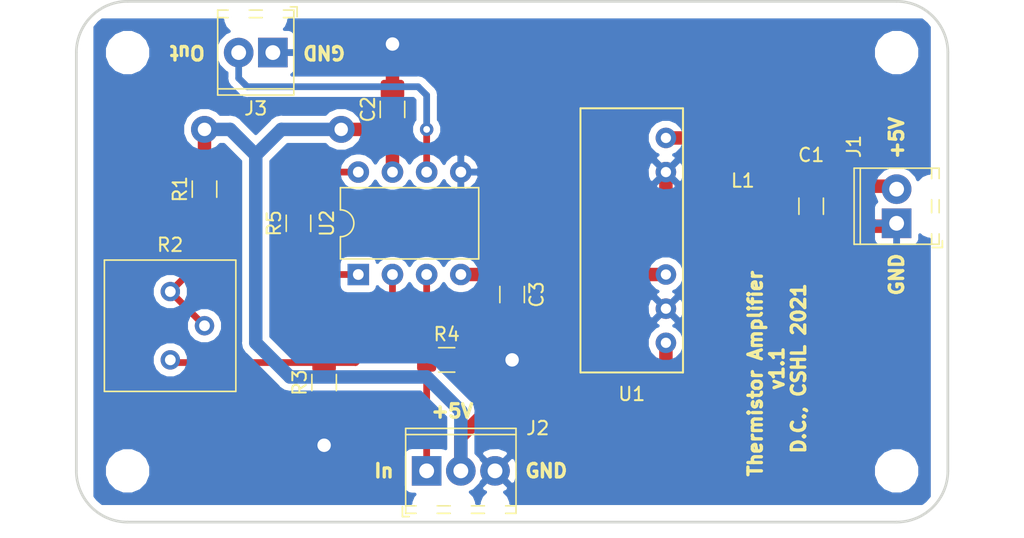
<source format=kicad_pcb>
(kicad_pcb (version 20171130) (host pcbnew "(5.0.2)-1")

  (general
    (thickness 1.6)
    (drawings 16)
    (tracks 63)
    (zones 0)
    (modules 18)
    (nets 12)
  )

  (page A4)
  (layers
    (0 F.Cu signal)
    (31 B.Cu signal)
    (32 B.Adhes user)
    (33 F.Adhes user)
    (34 B.Paste user)
    (35 F.Paste user)
    (36 B.SilkS user)
    (37 F.SilkS user)
    (38 B.Mask user)
    (39 F.Mask user)
    (40 Dwgs.User user)
    (41 Cmts.User user)
    (42 Eco1.User user)
    (43 Eco2.User user)
    (44 Edge.Cuts user)
    (45 Margin user)
    (46 B.CrtYd user)
    (47 F.CrtYd user)
    (48 B.Fab user)
    (49 F.Fab user)
  )

  (setup
    (last_trace_width 0.25)
    (user_trace_width 0.5)
    (user_trace_width 1)
    (trace_clearance 0.2)
    (zone_clearance 0.508)
    (zone_45_only no)
    (trace_min 0.2)
    (segment_width 0.2)
    (edge_width 0.2)
    (via_size 0.8)
    (via_drill 0.4)
    (via_min_size 0.4)
    (via_min_drill 0.3)
    (user_via 1 0.5)
    (user_via 2 1)
    (uvia_size 0.3)
    (uvia_drill 0.1)
    (uvias_allowed no)
    (uvia_min_size 0.2)
    (uvia_min_drill 0.1)
    (pcb_text_width 0.3)
    (pcb_text_size 1.5 1.5)
    (mod_edge_width 0.15)
    (mod_text_size 1 1)
    (mod_text_width 0.15)
    (pad_size 1.524 1.524)
    (pad_drill 0.762)
    (pad_to_mask_clearance 0.051)
    (solder_mask_min_width 0.25)
    (aux_axis_origin 0 0)
    (visible_elements 7FFFFFFF)
    (pcbplotparams
      (layerselection 0x010fc_ffffffff)
      (usegerberextensions false)
      (usegerberattributes false)
      (usegerberadvancedattributes false)
      (creategerberjobfile false)
      (excludeedgelayer true)
      (linewidth 0.100000)
      (plotframeref false)
      (viasonmask false)
      (mode 1)
      (useauxorigin false)
      (hpglpennumber 1)
      (hpglpenspeed 20)
      (hpglpendiameter 15.000000)
      (psnegative false)
      (psa4output false)
      (plotreference true)
      (plotvalue true)
      (plotinvisibletext false)
      (padsonsilk false)
      (subtractmaskfromsilk false)
      (outputformat 1)
      (mirror false)
      (drillshape 0)
      (scaleselection 1)
      (outputdirectory "gerber/"))
  )

  (net 0 "")
  (net 1 Earth)
  (net 2 "Net-(C1-Pad2)")
  (net 3 +5V)
  (net 4 -5V)
  (net 5 "Net-(J2-Pad1)")
  (net 6 "Net-(R1-Pad1)")
  (net 7 "Net-(R2-Pad1)")
  (net 8 "Net-(R5-Pad1)")
  (net 9 "Net-(R5-Pad2)")
  (net 10 "Net-(L1-Pad1)")
  (net 11 "Net-(J3-Pad2)")

  (net_class Default "This is the default net class."
    (clearance 0.2)
    (trace_width 0.25)
    (via_dia 0.8)
    (via_drill 0.4)
    (uvia_dia 0.3)
    (uvia_drill 0.1)
    (add_net +5V)
    (add_net -5V)
    (add_net Earth)
    (add_net "Net-(C1-Pad2)")
    (add_net "Net-(J2-Pad1)")
    (add_net "Net-(J3-Pad2)")
    (add_net "Net-(L1-Pad1)")
    (add_net "Net-(R1-Pad1)")
    (add_net "Net-(R2-Pad1)")
    (add_net "Net-(R5-Pad1)")
    (add_net "Net-(R5-Pad2)")
  )

  (module thermistor_amp:RecomInductor (layer F.Cu) (tedit 6128D9B9) (tstamp 61407784)
    (at 140.335 71.12)
    (path /61269C4C)
    (fp_text reference L1 (at 0 3.175) (layer F.SilkS)
      (effects (font (size 1 1) (thickness 0.15)))
    )
    (fp_text value 12uH (at 0 -4) (layer F.Fab)
      (effects (font (size 1 1) (thickness 0.15)))
    )
    (pad 2 smd rect (at 1.35 0) (size 2 3.5) (layers F.Cu F.Paste F.Mask)
      (net 2 "Net-(C1-Pad2)"))
    (pad 1 smd rect (at -1.35 0) (size 2 3.5) (layers F.Cu F.Paste F.Mask)
      (net 10 "Net-(L1-Pad1)"))
  )

  (module Capacitor_SMD:C_1206_3216Metric_Pad1.42x1.75mm_HandSolder (layer F.Cu) (tedit 5B301BBE) (tstamp 614076E3)
    (at 145.415 76.2 90)
    (descr "Capacitor SMD 1206 (3216 Metric), square (rectangular) end terminal, IPC_7351 nominal with elongated pad for handsoldering. (Body size source: http://www.tortai-tech.com/upload/download/2011102023233369053.pdf), generated with kicad-footprint-generator")
    (tags "capacitor handsolder")
    (path /612692D3)
    (attr smd)
    (fp_text reference C1 (at 3.81 0 180) (layer F.SilkS)
      (effects (font (size 1 1) (thickness 0.15)))
    )
    (fp_text value 10uF (at 0 1.82 90) (layer F.Fab)
      (effects (font (size 1 1) (thickness 0.15)))
    )
    (fp_line (start -1.6 0.8) (end -1.6 -0.8) (layer F.Fab) (width 0.1))
    (fp_line (start -1.6 -0.8) (end 1.6 -0.8) (layer F.Fab) (width 0.1))
    (fp_line (start 1.6 -0.8) (end 1.6 0.8) (layer F.Fab) (width 0.1))
    (fp_line (start 1.6 0.8) (end -1.6 0.8) (layer F.Fab) (width 0.1))
    (fp_line (start -0.602064 -0.91) (end 0.602064 -0.91) (layer F.SilkS) (width 0.12))
    (fp_line (start -0.602064 0.91) (end 0.602064 0.91) (layer F.SilkS) (width 0.12))
    (fp_line (start -2.45 1.12) (end -2.45 -1.12) (layer F.CrtYd) (width 0.05))
    (fp_line (start -2.45 -1.12) (end 2.45 -1.12) (layer F.CrtYd) (width 0.05))
    (fp_line (start 2.45 -1.12) (end 2.45 1.12) (layer F.CrtYd) (width 0.05))
    (fp_line (start 2.45 1.12) (end -2.45 1.12) (layer F.CrtYd) (width 0.05))
    (fp_text user %R (at 0 0 90) (layer F.Fab)
      (effects (font (size 0.8 0.8) (thickness 0.12)))
    )
    (pad 1 smd roundrect (at -1.4875 0 90) (size 1.425 1.75) (layers F.Cu F.Paste F.Mask) (roundrect_rratio 0.175439)
      (net 1 Earth))
    (pad 2 smd roundrect (at 1.4875 0 90) (size 1.425 1.75) (layers F.Cu F.Paste F.Mask) (roundrect_rratio 0.175439)
      (net 2 "Net-(C1-Pad2)"))
    (model ${KISYS3DMOD}/Capacitor_SMD.3dshapes/C_1206_3216Metric.wrl
      (at (xyz 0 0 0))
      (scale (xyz 1 1 1))
      (rotate (xyz 0 0 0))
    )
  )

  (module Capacitor_SMD:C_1206_3216Metric_Pad1.42x1.75mm_HandSolder (layer F.Cu) (tedit 6127E0A5) (tstamp 614076F4)
    (at 114.3 68.9975 90)
    (descr "Capacitor SMD 1206 (3216 Metric), square (rectangular) end terminal, IPC_7351 nominal with elongated pad for handsoldering. (Body size source: http://www.tortai-tech.com/upload/download/2011102023233369053.pdf), generated with kicad-footprint-generator")
    (tags "capacitor handsolder")
    (path /61005843)
    (attr smd)
    (fp_text reference C2 (at 0 -1.82 90) (layer F.SilkS)
      (effects (font (size 1 1) (thickness 0.15)))
    )
    (fp_text value 0.1uF (at 0 1.82 90) (layer F.Fab)
      (effects (font (size 1 1) (thickness 0.15)))
    )
    (fp_line (start -1.6 0.8) (end -1.6 -0.8) (layer F.Fab) (width 0.1))
    (fp_line (start -1.6 -0.8) (end 1.6 -0.8) (layer F.Fab) (width 0.1))
    (fp_line (start 1.6 -0.8) (end 1.6 0.8) (layer F.Fab) (width 0.1))
    (fp_line (start 1.6 0.8) (end -1.6 0.8) (layer F.Fab) (width 0.1))
    (fp_line (start -0.602064 -0.91) (end 0.602064 -0.91) (layer F.SilkS) (width 0.12))
    (fp_line (start -0.602064 0.91) (end 0.602064 0.91) (layer F.SilkS) (width 0.12))
    (fp_line (start -2.45 1.12) (end -2.45 -1.12) (layer F.CrtYd) (width 0.05))
    (fp_line (start -2.45 -1.12) (end 2.45 -1.12) (layer F.CrtYd) (width 0.05))
    (fp_line (start 2.45 -1.12) (end 2.45 1.12) (layer F.CrtYd) (width 0.05))
    (fp_line (start 2.45 1.12) (end -2.45 1.12) (layer F.CrtYd) (width 0.05))
    (fp_text user %R (at 0 0 90) (layer F.Fab)
      (effects (font (size 0.8 0.8) (thickness 0.12)))
    )
    (pad 1 smd roundrect (at -1.4875 0 90) (size 1.425 1.75) (layers F.Cu F.Paste F.Mask) (roundrect_rratio 0.175439)
      (net 3 +5V))
    (pad 2 smd roundrect (at 1.4875 0 90) (size 1.425 1.75) (layers F.Cu F.Paste F.Mask) (roundrect_rratio 0.175439)
      (net 1 Earth))
    (model ${KISYS3DMOD}/Capacitor_SMD.3dshapes/C_1206_3216Metric.wrl
      (at (xyz 0 0 0))
      (scale (xyz 1 1 1))
      (rotate (xyz 0 0 0))
    )
  )

  (module Capacitor_SMD:C_1206_3216Metric_Pad1.42x1.75mm_HandSolder (layer F.Cu) (tedit 5B301BBE) (tstamp 61407705)
    (at 123.19 82.7675 270)
    (descr "Capacitor SMD 1206 (3216 Metric), square (rectangular) end terminal, IPC_7351 nominal with elongated pad for handsoldering. (Body size source: http://www.tortai-tech.com/upload/download/2011102023233369053.pdf), generated with kicad-footprint-generator")
    (tags "capacitor handsolder")
    (path /61005AE2)
    (attr smd)
    (fp_text reference C3 (at 0 -1.82 270) (layer F.SilkS)
      (effects (font (size 1 1) (thickness 0.15)))
    )
    (fp_text value 0.1uF (at 0 1.82 270) (layer F.Fab)
      (effects (font (size 1 1) (thickness 0.15)))
    )
    (fp_text user %R (at 0 0 270) (layer F.Fab)
      (effects (font (size 0.8 0.8) (thickness 0.12)))
    )
    (fp_line (start 2.45 1.12) (end -2.45 1.12) (layer F.CrtYd) (width 0.05))
    (fp_line (start 2.45 -1.12) (end 2.45 1.12) (layer F.CrtYd) (width 0.05))
    (fp_line (start -2.45 -1.12) (end 2.45 -1.12) (layer F.CrtYd) (width 0.05))
    (fp_line (start -2.45 1.12) (end -2.45 -1.12) (layer F.CrtYd) (width 0.05))
    (fp_line (start -0.602064 0.91) (end 0.602064 0.91) (layer F.SilkS) (width 0.12))
    (fp_line (start -0.602064 -0.91) (end 0.602064 -0.91) (layer F.SilkS) (width 0.12))
    (fp_line (start 1.6 0.8) (end -1.6 0.8) (layer F.Fab) (width 0.1))
    (fp_line (start 1.6 -0.8) (end 1.6 0.8) (layer F.Fab) (width 0.1))
    (fp_line (start -1.6 -0.8) (end 1.6 -0.8) (layer F.Fab) (width 0.1))
    (fp_line (start -1.6 0.8) (end -1.6 -0.8) (layer F.Fab) (width 0.1))
    (pad 2 smd roundrect (at 1.4875 0 270) (size 1.425 1.75) (layers F.Cu F.Paste F.Mask) (roundrect_rratio 0.175439)
      (net 1 Earth))
    (pad 1 smd roundrect (at -1.4875 0 270) (size 1.425 1.75) (layers F.Cu F.Paste F.Mask) (roundrect_rratio 0.175439)
      (net 4 -5V))
    (model ${KISYS3DMOD}/Capacitor_SMD.3dshapes/C_1206_3216Metric.wrl
      (at (xyz 0 0 0))
      (scale (xyz 1 1 1))
      (rotate (xyz 0 0 0))
    )
  )

  (module TerminalBlock_Phoenix:TerminalBlock_Phoenix_MPT-0,5-2-2.54_1x02_P2.54mm_Horizontal (layer F.Cu) (tedit 5B294F98) (tstamp 6140772B)
    (at 151.765 77.47 90)
    (descr "Terminal Block Phoenix MPT-0,5-2-2.54, 2 pins, pitch 2.54mm, size 5.54x6.2mm^2, drill diamater 1.1mm, pad diameter 2.2mm, see http://www.mouser.com/ds/2/324/ItemDetail_1725656-920552.pdf, script-generated using https://github.com/pointhi/kicad-footprint-generator/scripts/TerminalBlock_Phoenix")
    (tags "THT Terminal Block Phoenix MPT-0,5-2-2.54 pitch 2.54mm size 5.54x6.2mm^2 drill 1.1mm pad 2.2mm")
    (path /61268DB0)
    (fp_text reference J1 (at 5.715 -3.175 270) (layer F.SilkS)
      (effects (font (size 1 1) (thickness 0.15)))
    )
    (fp_text value Screw_Terminal_01x02 (at 1.27 4.16 90) (layer F.Fab)
      (effects (font (size 1 1) (thickness 0.15)))
    )
    (fp_text user %R (at 1.27 2 90) (layer F.Fab)
      (effects (font (size 1 1) (thickness 0.15)))
    )
    (fp_line (start 4.54 -3.6) (end -2 -3.6) (layer F.CrtYd) (width 0.05))
    (fp_line (start 4.54 3.6) (end 4.54 -3.6) (layer F.CrtYd) (width 0.05))
    (fp_line (start -2 3.6) (end 4.54 3.6) (layer F.CrtYd) (width 0.05))
    (fp_line (start -2 -3.6) (end -2 3.6) (layer F.CrtYd) (width 0.05))
    (fp_line (start -1.8 3.4) (end -1.3 3.4) (layer F.SilkS) (width 0.12))
    (fp_line (start -1.8 2.66) (end -1.8 3.4) (layer F.SilkS) (width 0.12))
    (fp_line (start 3.241 -0.835) (end 1.706 0.7) (layer F.Fab) (width 0.1))
    (fp_line (start 3.375 -0.7) (end 1.84 0.835) (layer F.Fab) (width 0.1))
    (fp_line (start 0.701 -0.835) (end -0.835 0.7) (layer F.Fab) (width 0.1))
    (fp_line (start 0.835 -0.7) (end -0.701 0.835) (layer F.Fab) (width 0.1))
    (fp_line (start 4.1 -3.16) (end 4.1 3.16) (layer F.SilkS) (width 0.12))
    (fp_line (start -1.56 -3.16) (end -1.56 3.16) (layer F.SilkS) (width 0.12))
    (fp_line (start 3.33 3.16) (end 4.1 3.16) (layer F.SilkS) (width 0.12))
    (fp_line (start 0.79 3.16) (end 1.75 3.16) (layer F.SilkS) (width 0.12))
    (fp_line (start -1.56 3.16) (end -0.79 3.16) (layer F.SilkS) (width 0.12))
    (fp_line (start -1.56 -3.16) (end 4.1 -3.16) (layer F.SilkS) (width 0.12))
    (fp_line (start -1.56 -2.7) (end 4.1 -2.7) (layer F.SilkS) (width 0.12))
    (fp_line (start -1.5 -2.7) (end 4.04 -2.7) (layer F.Fab) (width 0.1))
    (fp_line (start 3.33 2.6) (end 4.1 2.6) (layer F.SilkS) (width 0.12))
    (fp_line (start 0.79 2.6) (end 1.75 2.6) (layer F.SilkS) (width 0.12))
    (fp_line (start -1.56 2.6) (end -0.79 2.6) (layer F.SilkS) (width 0.12))
    (fp_line (start -1.5 2.6) (end 4.04 2.6) (layer F.Fab) (width 0.1))
    (fp_line (start -1.5 2.6) (end -1.5 -3.1) (layer F.Fab) (width 0.1))
    (fp_line (start -1 3.1) (end -1.5 2.6) (layer F.Fab) (width 0.1))
    (fp_line (start 4.04 3.1) (end -1 3.1) (layer F.Fab) (width 0.1))
    (fp_line (start 4.04 -3.1) (end 4.04 3.1) (layer F.Fab) (width 0.1))
    (fp_line (start -1.5 -3.1) (end 4.04 -3.1) (layer F.Fab) (width 0.1))
    (fp_circle (center 2.54 0) (end 3.64 0) (layer F.Fab) (width 0.1))
    (fp_circle (center 0 0) (end 1.1 0) (layer F.Fab) (width 0.1))
    (pad "" np_thru_hole circle (at 2.54 2.54 90) (size 1.1 1.1) (drill 1.1) (layers *.Cu *.Mask))
    (pad 2 thru_hole circle (at 2.54 0 90) (size 2.2 2.2) (drill 1.1) (layers *.Cu *.Mask)
      (net 2 "Net-(C1-Pad2)"))
    (pad "" np_thru_hole circle (at 0 2.54 90) (size 1.1 1.1) (drill 1.1) (layers *.Cu *.Mask))
    (pad 1 thru_hole rect (at 0 0 90) (size 2.2 2.2) (drill 1.1) (layers *.Cu *.Mask)
      (net 1 Earth))
    (model ${KISYS3DMOD}/TerminalBlock_Phoenix.3dshapes/TerminalBlock_Phoenix_MPT-0,5-2-2.54_1x02_P2.54mm_Horizontal.wrl
      (at (xyz 0 0 0))
      (scale (xyz 1 1 1))
      (rotate (xyz 0 0 0))
    )
  )

  (module TerminalBlock_Phoenix:TerminalBlock_Phoenix_MPT-0,5-3-2.54_1x03_P2.54mm_Horizontal (layer F.Cu) (tedit 5B294F98) (tstamp 61407758)
    (at 116.84 95.885)
    (descr "Terminal Block Phoenix MPT-0,5-3-2.54, 3 pins, pitch 2.54mm, size 8.08x6.2mm^2, drill diamater 1.1mm, pad diameter 2.2mm, see http://www.mouser.com/ds/2/324/ItemDetail_1725656-920552.pdf, script-generated using https://github.com/pointhi/kicad-footprint-generator/scripts/TerminalBlock_Phoenix")
    (tags "THT Terminal Block Phoenix MPT-0,5-3-2.54 pitch 2.54mm size 8.08x6.2mm^2 drill 1.1mm pad 2.2mm")
    (path /6127D351)
    (fp_text reference J2 (at 8.255 -3.175 180) (layer F.SilkS)
      (effects (font (size 1 1) (thickness 0.15)))
    )
    (fp_text value Screw_Terminal_01x03 (at 2.54 4.16) (layer F.Fab)
      (effects (font (size 1 1) (thickness 0.15)))
    )
    (fp_circle (center 0 0) (end 1.1 0) (layer F.Fab) (width 0.1))
    (fp_circle (center 2.54 0) (end 3.64 0) (layer F.Fab) (width 0.1))
    (fp_circle (center 5.08 0) (end 6.18 0) (layer F.Fab) (width 0.1))
    (fp_line (start -1.5 -3.1) (end 6.58 -3.1) (layer F.Fab) (width 0.1))
    (fp_line (start 6.58 -3.1) (end 6.58 3.1) (layer F.Fab) (width 0.1))
    (fp_line (start 6.58 3.1) (end -1 3.1) (layer F.Fab) (width 0.1))
    (fp_line (start -1 3.1) (end -1.5 2.6) (layer F.Fab) (width 0.1))
    (fp_line (start -1.5 2.6) (end -1.5 -3.1) (layer F.Fab) (width 0.1))
    (fp_line (start -1.5 2.6) (end 6.58 2.6) (layer F.Fab) (width 0.1))
    (fp_line (start -1.56 2.6) (end -0.79 2.6) (layer F.SilkS) (width 0.12))
    (fp_line (start 0.79 2.6) (end 1.75 2.6) (layer F.SilkS) (width 0.12))
    (fp_line (start 3.33 2.6) (end 4.29 2.6) (layer F.SilkS) (width 0.12))
    (fp_line (start 5.87 2.6) (end 6.64 2.6) (layer F.SilkS) (width 0.12))
    (fp_line (start -1.5 -2.7) (end 6.58 -2.7) (layer F.Fab) (width 0.1))
    (fp_line (start -1.56 -2.7) (end 6.64 -2.7) (layer F.SilkS) (width 0.12))
    (fp_line (start -1.56 -3.16) (end 6.64 -3.16) (layer F.SilkS) (width 0.12))
    (fp_line (start -1.56 3.16) (end -0.79 3.16) (layer F.SilkS) (width 0.12))
    (fp_line (start 0.79 3.16) (end 1.75 3.16) (layer F.SilkS) (width 0.12))
    (fp_line (start 3.33 3.16) (end 4.29 3.16) (layer F.SilkS) (width 0.12))
    (fp_line (start 5.87 3.16) (end 6.64 3.16) (layer F.SilkS) (width 0.12))
    (fp_line (start -1.56 -3.16) (end -1.56 3.16) (layer F.SilkS) (width 0.12))
    (fp_line (start 6.64 -3.16) (end 6.64 3.16) (layer F.SilkS) (width 0.12))
    (fp_line (start 0.835 -0.7) (end -0.701 0.835) (layer F.Fab) (width 0.1))
    (fp_line (start 0.701 -0.835) (end -0.835 0.7) (layer F.Fab) (width 0.1))
    (fp_line (start 3.375 -0.7) (end 1.84 0.835) (layer F.Fab) (width 0.1))
    (fp_line (start 3.241 -0.835) (end 1.706 0.7) (layer F.Fab) (width 0.1))
    (fp_line (start 5.915 -0.7) (end 4.38 0.835) (layer F.Fab) (width 0.1))
    (fp_line (start 5.781 -0.835) (end 4.246 0.7) (layer F.Fab) (width 0.1))
    (fp_line (start -1.8 2.66) (end -1.8 3.4) (layer F.SilkS) (width 0.12))
    (fp_line (start -1.8 3.4) (end -1.3 3.4) (layer F.SilkS) (width 0.12))
    (fp_line (start -2 -3.6) (end -2 3.6) (layer F.CrtYd) (width 0.05))
    (fp_line (start -2 3.6) (end 7.08 3.6) (layer F.CrtYd) (width 0.05))
    (fp_line (start 7.08 3.6) (end 7.08 -3.6) (layer F.CrtYd) (width 0.05))
    (fp_line (start 7.08 -3.6) (end -2 -3.6) (layer F.CrtYd) (width 0.05))
    (fp_text user %R (at 2.54 2) (layer F.Fab)
      (effects (font (size 1 1) (thickness 0.15)))
    )
    (pad 1 thru_hole rect (at 0 0) (size 2.2 2.2) (drill 1.1) (layers *.Cu *.Mask)
      (net 5 "Net-(J2-Pad1)"))
    (pad "" np_thru_hole circle (at 0 2.54) (size 1.1 1.1) (drill 1.1) (layers *.Cu *.Mask))
    (pad 2 thru_hole circle (at 2.54 0) (size 2.2 2.2) (drill 1.1) (layers *.Cu *.Mask)
      (net 3 +5V))
    (pad "" np_thru_hole circle (at 2.54 2.54) (size 1.1 1.1) (drill 1.1) (layers *.Cu *.Mask))
    (pad 3 thru_hole circle (at 5.08 0) (size 2.2 2.2) (drill 1.1) (layers *.Cu *.Mask)
      (net 1 Earth))
    (pad "" np_thru_hole circle (at 5.08 2.54) (size 1.1 1.1) (drill 1.1) (layers *.Cu *.Mask))
    (model ${KISYS3DMOD}/TerminalBlock_Phoenix.3dshapes/TerminalBlock_Phoenix_MPT-0,5-3-2.54_1x03_P2.54mm_Horizontal.wrl
      (at (xyz 0 0 0))
      (scale (xyz 1 1 1))
      (rotate (xyz 0 0 0))
    )
  )

  (module TerminalBlock_Phoenix:TerminalBlock_Phoenix_MPT-0,5-2-2.54_1x02_P2.54mm_Horizontal (layer F.Cu) (tedit 6127E077) (tstamp 6140777E)
    (at 105.41 64.77 180)
    (descr "Terminal Block Phoenix MPT-0,5-2-2.54, 2 pins, pitch 2.54mm, size 5.54x6.2mm^2, drill diamater 1.1mm, pad diameter 2.2mm, see http://www.mouser.com/ds/2/324/ItemDetail_1725656-920552.pdf, script-generated using https://github.com/pointhi/kicad-footprint-generator/scripts/TerminalBlock_Phoenix")
    (tags "THT Terminal Block Phoenix MPT-0,5-2-2.54 pitch 2.54mm size 5.54x6.2mm^2 drill 1.1mm pad 2.2mm")
    (path /61006514)
    (fp_text reference J3 (at 1.27 -4.16 180) (layer F.SilkS)
      (effects (font (size 1 1) (thickness 0.15)))
    )
    (fp_text value Screw_Terminal_01x02 (at 1.27 4.16 180) (layer F.Fab) hide
      (effects (font (size 1 1) (thickness 0.15)))
    )
    (fp_circle (center 0 0) (end 1.1 0) (layer F.Fab) (width 0.1))
    (fp_circle (center 2.54 0) (end 3.64 0) (layer F.Fab) (width 0.1))
    (fp_line (start -1.5 -3.1) (end 4.04 -3.1) (layer F.Fab) (width 0.1))
    (fp_line (start 4.04 -3.1) (end 4.04 3.1) (layer F.Fab) (width 0.1))
    (fp_line (start 4.04 3.1) (end -1 3.1) (layer F.Fab) (width 0.1))
    (fp_line (start -1 3.1) (end -1.5 2.6) (layer F.Fab) (width 0.1))
    (fp_line (start -1.5 2.6) (end -1.5 -3.1) (layer F.Fab) (width 0.1))
    (fp_line (start -1.5 2.6) (end 4.04 2.6) (layer F.Fab) (width 0.1))
    (fp_line (start -1.56 2.6) (end -0.79 2.6) (layer F.SilkS) (width 0.12))
    (fp_line (start 0.79 2.6) (end 1.75 2.6) (layer F.SilkS) (width 0.12))
    (fp_line (start 3.33 2.6) (end 4.1 2.6) (layer F.SilkS) (width 0.12))
    (fp_line (start -1.5 -2.7) (end 4.04 -2.7) (layer F.Fab) (width 0.1))
    (fp_line (start -1.56 -2.7) (end 4.1 -2.7) (layer F.SilkS) (width 0.12))
    (fp_line (start -1.56 -3.16) (end 4.1 -3.16) (layer F.SilkS) (width 0.12))
    (fp_line (start -1.56 3.16) (end -0.79 3.16) (layer F.SilkS) (width 0.12))
    (fp_line (start 0.79 3.16) (end 1.75 3.16) (layer F.SilkS) (width 0.12))
    (fp_line (start 3.33 3.16) (end 4.1 3.16) (layer F.SilkS) (width 0.12))
    (fp_line (start -1.56 -3.16) (end -1.56 3.16) (layer F.SilkS) (width 0.12))
    (fp_line (start 4.1 -3.16) (end 4.1 3.16) (layer F.SilkS) (width 0.12))
    (fp_line (start 0.835 -0.7) (end -0.701 0.835) (layer F.Fab) (width 0.1))
    (fp_line (start 0.701 -0.835) (end -0.835 0.7) (layer F.Fab) (width 0.1))
    (fp_line (start 3.375 -0.7) (end 1.84 0.835) (layer F.Fab) (width 0.1))
    (fp_line (start 3.241 -0.835) (end 1.706 0.7) (layer F.Fab) (width 0.1))
    (fp_line (start -1.8 2.66) (end -1.8 3.4) (layer F.SilkS) (width 0.12))
    (fp_line (start -1.8 3.4) (end -1.3 3.4) (layer F.SilkS) (width 0.12))
    (fp_line (start -2 -3.6) (end -2 3.6) (layer F.CrtYd) (width 0.05))
    (fp_line (start -2 3.6) (end 4.54 3.6) (layer F.CrtYd) (width 0.05))
    (fp_line (start 4.54 3.6) (end 4.54 -3.6) (layer F.CrtYd) (width 0.05))
    (fp_line (start 4.54 -3.6) (end -2 -3.6) (layer F.CrtYd) (width 0.05))
    (fp_text user %R (at 1.27 2 180) (layer F.Fab)
      (effects (font (size 1 1) (thickness 0.15)))
    )
    (pad 1 thru_hole rect (at 0 0 180) (size 2.2 2.2) (drill 1.1) (layers *.Cu *.Mask)
      (net 1 Earth))
    (pad "" np_thru_hole circle (at 0 2.54 180) (size 1.1 1.1) (drill 1.1) (layers *.Cu *.Mask))
    (pad 2 thru_hole circle (at 2.54 0 180) (size 2.2 2.2) (drill 1.1) (layers *.Cu *.Mask)
      (net 11 "Net-(J3-Pad2)"))
    (pad "" np_thru_hole circle (at 2.54 2.54 180) (size 1.1 1.1) (drill 1.1) (layers *.Cu *.Mask))
    (model ${KISYS3DMOD}/TerminalBlock_Phoenix.3dshapes/TerminalBlock_Phoenix_MPT-0,5-2-2.54_1x02_P2.54mm_Horizontal.wrl
      (at (xyz 0 0 0))
      (scale (xyz 1 1 1))
      (rotate (xyz 0 0 0))
    )
  )

  (module Resistor_SMD:R_1206_3216Metric_Pad1.42x1.75mm_HandSolder (layer F.Cu) (tedit 5B301BBD) (tstamp 61407795)
    (at 100.33 74.93 90)
    (descr "Resistor SMD 1206 (3216 Metric), square (rectangular) end terminal, IPC_7351 nominal with elongated pad for handsoldering. (Body size source: http://www.tortai-tech.com/upload/download/2011102023233369053.pdf), generated with kicad-footprint-generator")
    (tags "resistor handsolder")
    (path /61004851)
    (attr smd)
    (fp_text reference R1 (at 0 -1.82 90) (layer F.SilkS)
      (effects (font (size 1 1) (thickness 0.15)))
    )
    (fp_text value 820 (at 0 1.82 90) (layer F.Fab)
      (effects (font (size 1 1) (thickness 0.15)))
    )
    (fp_line (start -1.6 0.8) (end -1.6 -0.8) (layer F.Fab) (width 0.1))
    (fp_line (start -1.6 -0.8) (end 1.6 -0.8) (layer F.Fab) (width 0.1))
    (fp_line (start 1.6 -0.8) (end 1.6 0.8) (layer F.Fab) (width 0.1))
    (fp_line (start 1.6 0.8) (end -1.6 0.8) (layer F.Fab) (width 0.1))
    (fp_line (start -0.602064 -0.91) (end 0.602064 -0.91) (layer F.SilkS) (width 0.12))
    (fp_line (start -0.602064 0.91) (end 0.602064 0.91) (layer F.SilkS) (width 0.12))
    (fp_line (start -2.45 1.12) (end -2.45 -1.12) (layer F.CrtYd) (width 0.05))
    (fp_line (start -2.45 -1.12) (end 2.45 -1.12) (layer F.CrtYd) (width 0.05))
    (fp_line (start 2.45 -1.12) (end 2.45 1.12) (layer F.CrtYd) (width 0.05))
    (fp_line (start 2.45 1.12) (end -2.45 1.12) (layer F.CrtYd) (width 0.05))
    (fp_text user %R (at 0 0 90) (layer F.Fab)
      (effects (font (size 0.8 0.8) (thickness 0.12)))
    )
    (pad 1 smd roundrect (at -1.4875 0 90) (size 1.425 1.75) (layers F.Cu F.Paste F.Mask) (roundrect_rratio 0.175439)
      (net 6 "Net-(R1-Pad1)"))
    (pad 2 smd roundrect (at 1.4875 0 90) (size 1.425 1.75) (layers F.Cu F.Paste F.Mask) (roundrect_rratio 0.175439)
      (net 3 +5V))
    (model ${KISYS3DMOD}/Resistor_SMD.3dshapes/R_1206_3216Metric.wrl
      (at (xyz 0 0 0))
      (scale (xyz 1 1 1))
      (rotate (xyz 0 0 0))
    )
  )

  (module Resistor_SMD:R_1206_3216Metric_Pad1.42x1.75mm_HandSolder (layer F.Cu) (tedit 5B301BBD) (tstamp 614077B7)
    (at 109.22 89.3175 90)
    (descr "Resistor SMD 1206 (3216 Metric), square (rectangular) end terminal, IPC_7351 nominal with elongated pad for handsoldering. (Body size source: http://www.tortai-tech.com/upload/download/2011102023233369053.pdf), generated with kicad-footprint-generator")
    (tags "resistor handsolder")
    (path /61004739)
    (attr smd)
    (fp_text reference R3 (at 0 -1.82 90) (layer F.SilkS)
      (effects (font (size 1 1) (thickness 0.15)))
    )
    (fp_text value 1.2K (at 0 1.82 90) (layer F.Fab)
      (effects (font (size 1 1) (thickness 0.15)))
    )
    (fp_text user %R (at 0 0 90) (layer F.Fab)
      (effects (font (size 0.8 0.8) (thickness 0.12)))
    )
    (fp_line (start 2.45 1.12) (end -2.45 1.12) (layer F.CrtYd) (width 0.05))
    (fp_line (start 2.45 -1.12) (end 2.45 1.12) (layer F.CrtYd) (width 0.05))
    (fp_line (start -2.45 -1.12) (end 2.45 -1.12) (layer F.CrtYd) (width 0.05))
    (fp_line (start -2.45 1.12) (end -2.45 -1.12) (layer F.CrtYd) (width 0.05))
    (fp_line (start -0.602064 0.91) (end 0.602064 0.91) (layer F.SilkS) (width 0.12))
    (fp_line (start -0.602064 -0.91) (end 0.602064 -0.91) (layer F.SilkS) (width 0.12))
    (fp_line (start 1.6 0.8) (end -1.6 0.8) (layer F.Fab) (width 0.1))
    (fp_line (start 1.6 -0.8) (end 1.6 0.8) (layer F.Fab) (width 0.1))
    (fp_line (start -1.6 -0.8) (end 1.6 -0.8) (layer F.Fab) (width 0.1))
    (fp_line (start -1.6 0.8) (end -1.6 -0.8) (layer F.Fab) (width 0.1))
    (pad 2 smd roundrect (at 1.4875 0 90) (size 1.425 1.75) (layers F.Cu F.Paste F.Mask) (roundrect_rratio 0.175439)
      (net 7 "Net-(R2-Pad1)"))
    (pad 1 smd roundrect (at -1.4875 0 90) (size 1.425 1.75) (layers F.Cu F.Paste F.Mask) (roundrect_rratio 0.175439)
      (net 1 Earth))
    (model ${KISYS3DMOD}/Resistor_SMD.3dshapes/R_1206_3216Metric.wrl
      (at (xyz 0 0 0))
      (scale (xyz 1 1 1))
      (rotate (xyz 0 0 0))
    )
  )

  (module Resistor_SMD:R_1206_3216Metric_Pad1.42x1.75mm_HandSolder (layer F.Cu) (tedit 5B301BBD) (tstamp 614077C8)
    (at 118.3275 87.63 180)
    (descr "Resistor SMD 1206 (3216 Metric), square (rectangular) end terminal, IPC_7351 nominal with elongated pad for handsoldering. (Body size source: http://www.tortai-tech.com/upload/download/2011102023233369053.pdf), generated with kicad-footprint-generator")
    (tags "resistor handsolder")
    (path /610053D3)
    (attr smd)
    (fp_text reference R4 (at 0 1.905 180) (layer F.SilkS)
      (effects (font (size 1 1) (thickness 0.15)))
    )
    (fp_text value 22K (at -0.4175 -2.54 180) (layer F.Fab)
      (effects (font (size 1 1) (thickness 0.15)))
    )
    (fp_line (start -1.6 0.8) (end -1.6 -0.8) (layer F.Fab) (width 0.1))
    (fp_line (start -1.6 -0.8) (end 1.6 -0.8) (layer F.Fab) (width 0.1))
    (fp_line (start 1.6 -0.8) (end 1.6 0.8) (layer F.Fab) (width 0.1))
    (fp_line (start 1.6 0.8) (end -1.6 0.8) (layer F.Fab) (width 0.1))
    (fp_line (start -0.602064 -0.91) (end 0.602064 -0.91) (layer F.SilkS) (width 0.12))
    (fp_line (start -0.602064 0.91) (end 0.602064 0.91) (layer F.SilkS) (width 0.12))
    (fp_line (start -2.45 1.12) (end -2.45 -1.12) (layer F.CrtYd) (width 0.05))
    (fp_line (start -2.45 -1.12) (end 2.45 -1.12) (layer F.CrtYd) (width 0.05))
    (fp_line (start 2.45 -1.12) (end 2.45 1.12) (layer F.CrtYd) (width 0.05))
    (fp_line (start 2.45 1.12) (end -2.45 1.12) (layer F.CrtYd) (width 0.05))
    (fp_text user %R (at 0 0 180) (layer F.Fab)
      (effects (font (size 0.8 0.8) (thickness 0.12)))
    )
    (pad 1 smd roundrect (at -1.4875 0 180) (size 1.425 1.75) (layers F.Cu F.Paste F.Mask) (roundrect_rratio 0.175439)
      (net 1 Earth))
    (pad 2 smd roundrect (at 1.4875 0 180) (size 1.425 1.75) (layers F.Cu F.Paste F.Mask) (roundrect_rratio 0.175439)
      (net 5 "Net-(J2-Pad1)"))
    (model ${KISYS3DMOD}/Resistor_SMD.3dshapes/R_1206_3216Metric.wrl
      (at (xyz 0 0 0))
      (scale (xyz 1 1 1))
      (rotate (xyz 0 0 0))
    )
  )

  (module Resistor_SMD:R_1206_3216Metric_Pad1.42x1.75mm_HandSolder (layer F.Cu) (tedit 5B301BBD) (tstamp 614077D9)
    (at 107.315 77.47 90)
    (descr "Resistor SMD 1206 (3216 Metric), square (rectangular) end terminal, IPC_7351 nominal with elongated pad for handsoldering. (Body size source: http://www.tortai-tech.com/upload/download/2011102023233369053.pdf), generated with kicad-footprint-generator")
    (tags "resistor handsolder")
    (path /61004389)
    (attr smd)
    (fp_text reference R5 (at 0 -1.82 90) (layer F.SilkS)
      (effects (font (size 1 1) (thickness 0.15)))
    )
    (fp_text value 2.7K (at 0 1.82 90) (layer F.Fab)
      (effects (font (size 1 1) (thickness 0.15)))
    )
    (fp_line (start -1.6 0.8) (end -1.6 -0.8) (layer F.Fab) (width 0.1))
    (fp_line (start -1.6 -0.8) (end 1.6 -0.8) (layer F.Fab) (width 0.1))
    (fp_line (start 1.6 -0.8) (end 1.6 0.8) (layer F.Fab) (width 0.1))
    (fp_line (start 1.6 0.8) (end -1.6 0.8) (layer F.Fab) (width 0.1))
    (fp_line (start -0.602064 -0.91) (end 0.602064 -0.91) (layer F.SilkS) (width 0.12))
    (fp_line (start -0.602064 0.91) (end 0.602064 0.91) (layer F.SilkS) (width 0.12))
    (fp_line (start -2.45 1.12) (end -2.45 -1.12) (layer F.CrtYd) (width 0.05))
    (fp_line (start -2.45 -1.12) (end 2.45 -1.12) (layer F.CrtYd) (width 0.05))
    (fp_line (start 2.45 -1.12) (end 2.45 1.12) (layer F.CrtYd) (width 0.05))
    (fp_line (start 2.45 1.12) (end -2.45 1.12) (layer F.CrtYd) (width 0.05))
    (fp_text user %R (at 0 0 90) (layer F.Fab)
      (effects (font (size 0.8 0.8) (thickness 0.12)))
    )
    (pad 1 smd roundrect (at -1.4875 0 90) (size 1.425 1.75) (layers F.Cu F.Paste F.Mask) (roundrect_rratio 0.175439)
      (net 8 "Net-(R5-Pad1)"))
    (pad 2 smd roundrect (at 1.4875 0 90) (size 1.425 1.75) (layers F.Cu F.Paste F.Mask) (roundrect_rratio 0.175439)
      (net 9 "Net-(R5-Pad2)"))
    (model ${KISYS3DMOD}/Resistor_SMD.3dshapes/R_1206_3216Metric.wrl
      (at (xyz 0 0 0))
      (scale (xyz 1 1 1))
      (rotate (xyz 0 0 0))
    )
  )

  (module thermistor_amp:RKZE_DCDC_Conv (layer F.Cu) (tedit 61268FE0) (tstamp 614077E6)
    (at 132.08 78.74)
    (path /6127D14F)
    (fp_text reference U1 (at 0 11.43) (layer F.SilkS)
      (effects (font (size 1 1) (thickness 0.15)))
    )
    (fp_text value RKZE_DCDC_Conv (at 0 -11.43) (layer F.Fab)
      (effects (font (size 1 1) (thickness 0.15)))
    )
    (fp_line (start 3.81 -9.825) (end 3.81 9.825) (layer F.SilkS) (width 0.15))
    (fp_line (start 3.81 9.825) (end -3.81 9.825) (layer F.SilkS) (width 0.15))
    (fp_line (start -3.81 9.825) (end -3.81 -9.825) (layer F.SilkS) (width 0.15))
    (fp_line (start -3.81 -9.825) (end 3.81 -9.825) (layer F.SilkS) (width 0.15))
    (pad 1 thru_hole circle (at 2.54 -7.62) (size 1.524 1.524) (drill 0.762) (layers *.Cu *.Mask)
      (net 10 "Net-(L1-Pad1)"))
    (pad 2 thru_hole circle (at 2.54 -5.08) (size 1.524 1.524) (drill 0.762) (layers *.Cu *.Mask)
      (net 1 Earth))
    (pad 5 thru_hole circle (at 2.54 2.54) (size 1.524 1.524) (drill 0.762) (layers *.Cu *.Mask)
      (net 4 -5V))
    (pad 6 thru_hole circle (at 2.54 5.08) (size 1.524 1.524) (drill 0.762) (layers *.Cu *.Mask)
      (net 1 Earth))
    (pad 7 thru_hole circle (at 2.54 7.62) (size 1.524 1.524) (drill 0.762) (layers *.Cu *.Mask)
      (net 3 +5V))
  )

  (module Package_DIP:DIP-8_W7.62mm (layer F.Cu) (tedit 612905A7) (tstamp 61407802)
    (at 111.76 81.28 90)
    (descr "8-lead though-hole mounted DIP package, row spacing 7.62 mm (300 mils)")
    (tags "THT DIP DIL PDIP 2.54mm 7.62mm 300mil")
    (path /6100408A)
    (fp_text reference U2 (at 3.81 -2.33 90) (layer F.SilkS)
      (effects (font (size 1 1) (thickness 0.15)))
    )
    (fp_text value AD623ANZ (at 3.81 9.95 90) (layer F.Fab)
      (effects (font (size 1 1) (thickness 0.15)))
    )
    (fp_arc (start 3.81 -1.33) (end 2.81 -1.33) (angle -180) (layer F.SilkS) (width 0.12))
    (fp_line (start 1.635 -1.27) (end 6.985 -1.27) (layer F.Fab) (width 0.1))
    (fp_line (start 6.985 -1.27) (end 6.985 8.89) (layer F.Fab) (width 0.1))
    (fp_line (start 6.985 8.89) (end 0.635 8.89) (layer F.Fab) (width 0.1))
    (fp_line (start 0.635 8.89) (end 0.635 -0.27) (layer F.Fab) (width 0.1))
    (fp_line (start 0.635 -0.27) (end 1.635 -1.27) (layer F.Fab) (width 0.1))
    (fp_line (start 2.81 -1.33) (end 1.16 -1.33) (layer F.SilkS) (width 0.12))
    (fp_line (start 1.16 -1.33) (end 1.16 8.95) (layer F.SilkS) (width 0.12))
    (fp_line (start 1.16 8.95) (end 6.46 8.95) (layer F.SilkS) (width 0.12))
    (fp_line (start 6.46 8.95) (end 6.46 -1.33) (layer F.SilkS) (width 0.12))
    (fp_line (start 6.46 -1.33) (end 4.81 -1.33) (layer F.SilkS) (width 0.12))
    (fp_line (start -1.1 -1.55) (end -1.1 9.15) (layer F.CrtYd) (width 0.05))
    (fp_line (start -1.1 9.15) (end 8.7 9.15) (layer F.CrtYd) (width 0.05))
    (fp_line (start 8.7 9.15) (end 8.7 -1.55) (layer F.CrtYd) (width 0.05))
    (fp_line (start 8.7 -1.55) (end -1.1 -1.55) (layer F.CrtYd) (width 0.05))
    (fp_text user %R (at 3.81 3.81 90) (layer F.Fab)
      (effects (font (size 1 1) (thickness 0.15)))
    )
    (pad 1 thru_hole rect (at 0 0 90) (size 1.6 1.6) (drill 0.8) (layers *.Cu *.Mask)
      (net 8 "Net-(R5-Pad1)"))
    (pad 5 thru_hole oval (at 7.62 7.62 90) (size 1.6 1.6) (drill 0.8) (layers *.Cu *.Mask)
      (net 1 Earth))
    (pad 2 thru_hole oval (at 0 2.54 90) (size 1.6 1.6) (drill 0.8) (layers *.Cu *.Mask)
      (net 7 "Net-(R2-Pad1)"))
    (pad 6 thru_hole oval (at 7.62 5.08 90) (size 1.6 1.6) (drill 0.8) (layers *.Cu *.Mask)
      (net 11 "Net-(J3-Pad2)"))
    (pad 3 thru_hole oval (at 0 5.08 90) (size 1.6 1.6) (drill 0.8) (layers *.Cu *.Mask)
      (net 5 "Net-(J2-Pad1)"))
    (pad 7 thru_hole oval (at 7.62 2.54 90) (size 1.6 1.6) (drill 0.8) (layers *.Cu *.Mask)
      (net 3 +5V))
    (pad 4 thru_hole oval (at 0 7.62 90) (size 1.6 1.6) (drill 0.8) (layers *.Cu *.Mask)
      (net 4 -5V))
    (pad 8 thru_hole oval (at 7.62 0 90) (size 1.6 1.6) (drill 0.8) (layers *.Cu *.Mask)
      (net 9 "Net-(R5-Pad2)"))
    (model ${KISYS3DMOD}/Package_DIP.3dshapes/DIP-8_W7.62mm.wrl
      (at (xyz 0 0 0))
      (scale (xyz 1 1 1))
      (rotate (xyz 0 0 0))
    )
  )

  (module MountingHole:MountingHole_2.2mm_M2 (layer F.Cu) (tedit 61784165) (tstamp 614CD348)
    (at 151.765 64.77)
    (descr "Mounting Hole 2.2mm, no annular, M2")
    (tags "mounting hole 2.2mm no annular m2")
    (attr virtual)
    (fp_text reference REF** (at 0 -3.2) (layer F.Fab) hide
      (effects (font (size 1 1) (thickness 0.15)))
    )
    (fp_text value MountingHole_2.2mm_M2 (at 0 3.2) (layer F.Fab)
      (effects (font (size 1 1) (thickness 0.15)))
    )
    (fp_circle (center 0 0) (end 2.45 0) (layer F.CrtYd) (width 0.05))
    (fp_circle (center 0 0) (end 2.2 0) (layer Cmts.User) (width 0.15))
    (fp_text user %R (at 0.3 0) (layer F.Fab)
      (effects (font (size 1 1) (thickness 0.15)))
    )
    (pad 1 np_thru_hole circle (at 0 0) (size 2.2 2.2) (drill 2.2) (layers *.Cu *.Mask))
  )

  (module MountingHole:MountingHole_2.2mm_M2 (layer F.Cu) (tedit 6178416A) (tstamp 614CD35E)
    (at 151.765 95.885)
    (descr "Mounting Hole 2.2mm, no annular, M2")
    (tags "mounting hole 2.2mm no annular m2")
    (attr virtual)
    (fp_text reference REF** (at 0 -3.2) (layer F.Fab) hide
      (effects (font (size 1 1) (thickness 0.15)))
    )
    (fp_text value MountingHole_2.2mm_M2 (at 0 3.2) (layer F.Fab)
      (effects (font (size 1 1) (thickness 0.15)))
    )
    (fp_circle (center 0 0) (end 2.45 0) (layer F.CrtYd) (width 0.05))
    (fp_circle (center 0 0) (end 2.2 0) (layer Cmts.User) (width 0.15))
    (fp_text user %R (at 0.3 0) (layer F.Fab)
      (effects (font (size 1 1) (thickness 0.15)))
    )
    (pad 1 np_thru_hole circle (at 0 0) (size 2.2 2.2) (drill 2.2) (layers *.Cu *.Mask))
  )

  (module MountingHole:MountingHole_2.2mm_M2 (layer F.Cu) (tedit 61784172) (tstamp 614CD374)
    (at 94.615 95.885)
    (descr "Mounting Hole 2.2mm, no annular, M2")
    (tags "mounting hole 2.2mm no annular m2")
    (attr virtual)
    (fp_text reference REF** (at 0 -3.2) (layer F.Fab) hide
      (effects (font (size 1 1) (thickness 0.15)))
    )
    (fp_text value MountingHole_2.2mm_M2 (at 0 3.2) (layer F.Fab)
      (effects (font (size 1 1) (thickness 0.15)))
    )
    (fp_circle (center 0 0) (end 2.45 0) (layer F.CrtYd) (width 0.05))
    (fp_circle (center 0 0) (end 2.2 0) (layer Cmts.User) (width 0.15))
    (fp_text user %R (at 0.3 0) (layer F.Fab)
      (effects (font (size 1 1) (thickness 0.15)))
    )
    (pad 1 np_thru_hole circle (at 0 0) (size 2.2 2.2) (drill 2.2) (layers *.Cu *.Mask))
  )

  (module MountingHole:MountingHole_2.2mm_M2 (layer F.Cu) (tedit 6178416E) (tstamp 614CD38A)
    (at 94.615 64.77)
    (descr "Mounting Hole 2.2mm, no annular, M2")
    (tags "mounting hole 2.2mm no annular m2")
    (attr virtual)
    (fp_text reference REF** (at 0 -3.2) (layer F.Fab) hide
      (effects (font (size 1 1) (thickness 0.15)))
    )
    (fp_text value MountingHole_2.2mm_M2 (at 0 3.2) (layer F.Fab)
      (effects (font (size 1 1) (thickness 0.15)))
    )
    (fp_circle (center 0 0) (end 2.45 0) (layer F.CrtYd) (width 0.05))
    (fp_circle (center 0 0) (end 2.2 0) (layer Cmts.User) (width 0.15))
    (fp_text user %R (at 0.3 0) (layer F.Fab)
      (effects (font (size 1 1) (thickness 0.15)))
    )
    (pad 1 np_thru_hole circle (at 0 0) (size 2.2 2.2) (drill 2.2) (layers *.Cu *.Mask))
  )

  (module Potentiometer_THT:Potentiometer_Bourns_3386P_Vertical (layer F.Cu) (tedit 5AA07388) (tstamp 6184D141)
    (at 97.79 87.63)
    (descr "Potentiometer, vertical, Bourns 3386P, https://www.bourns.com/pdfs/3386.pdf")
    (tags "Potentiometer vertical Bourns 3386P")
    (path /61004ABA)
    (fp_text reference R2 (at -0.015 -8.555) (layer F.SilkS)
      (effects (font (size 1 1) (thickness 0.15)))
    )
    (fp_text value 1K (at -0.015 3.475) (layer F.Fab)
      (effects (font (size 1 1) (thickness 0.15)))
    )
    (fp_circle (center -0.891 -2.54) (end 0.684 -2.54) (layer F.Fab) (width 0.1))
    (fp_line (start -4.78 -7.305) (end -4.78 2.225) (layer F.Fab) (width 0.1))
    (fp_line (start -4.78 2.225) (end 4.75 2.225) (layer F.Fab) (width 0.1))
    (fp_line (start 4.75 2.225) (end 4.75 -7.305) (layer F.Fab) (width 0.1))
    (fp_line (start 4.75 -7.305) (end -4.78 -7.305) (layer F.Fab) (width 0.1))
    (fp_line (start -0.891 -0.98) (end -0.89 -4.099) (layer F.Fab) (width 0.1))
    (fp_line (start -0.891 -0.98) (end -0.89 -4.099) (layer F.Fab) (width 0.1))
    (fp_line (start -4.9 -7.425) (end 4.87 -7.425) (layer F.SilkS) (width 0.12))
    (fp_line (start -4.9 2.345) (end 4.87 2.345) (layer F.SilkS) (width 0.12))
    (fp_line (start -4.9 -7.425) (end -4.9 2.345) (layer F.SilkS) (width 0.12))
    (fp_line (start 4.87 -7.425) (end 4.87 2.345) (layer F.SilkS) (width 0.12))
    (fp_line (start -5.03 -7.56) (end -5.03 2.48) (layer F.CrtYd) (width 0.05))
    (fp_line (start -5.03 2.48) (end 5 2.48) (layer F.CrtYd) (width 0.05))
    (fp_line (start 5 2.48) (end 5 -7.56) (layer F.CrtYd) (width 0.05))
    (fp_line (start 5 -7.56) (end -5.03 -7.56) (layer F.CrtYd) (width 0.05))
    (fp_text user %R (at -3.78 -2.54 90) (layer F.Fab)
      (effects (font (size 1 1) (thickness 0.15)))
    )
    (pad 3 thru_hole circle (at 0 -5.08) (size 1.44 1.44) (drill 0.8) (layers *.Cu *.Mask)
      (net 6 "Net-(R1-Pad1)"))
    (pad 2 thru_hole circle (at 2.54 -2.54) (size 1.44 1.44) (drill 0.8) (layers *.Cu *.Mask)
      (net 6 "Net-(R1-Pad1)"))
    (pad 1 thru_hole circle (at 0 0) (size 1.44 1.44) (drill 0.8) (layers *.Cu *.Mask)
      (net 7 "Net-(R2-Pad1)"))
    (model ${KISYS3DMOD}/Potentiometer_THT.3dshapes/Potentiometer_Bourns_3386P_Vertical.wrl
      (at (xyz 0 0 0))
      (scale (xyz 1 1 1))
      (rotate (xyz 0 0 0))
    )
  )

  (gr_line (start 90.805 95.885) (end 90.805 64.77) (layer Edge.Cuts) (width 0.2))
  (gr_line (start 151.765 99.695) (end 94.615 99.695) (layer Edge.Cuts) (width 0.2))
  (gr_line (start 155.575 64.77) (end 155.575 95.885) (layer Edge.Cuts) (width 0.2))
  (gr_line (start 94.615 60.96) (end 151.765 60.96) (layer Edge.Cuts) (width 0.2))
  (gr_arc (start 94.615 64.77) (end 94.615 60.96) (angle -90) (layer Edge.Cuts) (width 0.2))
  (gr_arc (start 94.615 95.885) (end 90.805 95.885) (angle -90) (layer Edge.Cuts) (width 0.2))
  (gr_arc (start 151.765 95.885) (end 151.765 99.695) (angle -90) (layer Edge.Cuts) (width 0.2))
  (gr_arc (start 151.765 64.77) (end 155.575 64.77) (angle -90) (layer Edge.Cuts) (width 0.2))
  (gr_text GND (at 109.22 64.77 180) (layer F.SilkS)
    (effects (font (size 1 1) (thickness 0.25)))
  )
  (gr_text Out (at 99.06 64.77 180) (layer F.SilkS)
    (effects (font (size 1 1) (thickness 0.25)))
  )
  (gr_text GND (at 125.73 95.885) (layer F.SilkS)
    (effects (font (size 1 1) (thickness 0.25)))
  )
  (gr_text +5V (at 118.745 91.44) (layer F.SilkS)
    (effects (font (size 1 1) (thickness 0.25)))
  )
  (gr_text In (at 113.665 95.885) (layer F.SilkS)
    (effects (font (size 1 1) (thickness 0.25)))
  )
  (gr_text GND (at 151.765 81.28 90) (layer F.SilkS)
    (effects (font (size 1 1) (thickness 0.25)))
  )
  (gr_text +5V (at 151.765 71.12 90) (layer F.SilkS)
    (effects (font (size 1 1) (thickness 0.25)))
  )
  (gr_text "Thermistor Amplifier \nv1.1\nD.C., CSHL 2021" (at 142.875 88.265 90) (layer F.SilkS)
    (effects (font (size 1 1) (thickness 0.25)))
  )

  (segment (start 151.5475 77.6875) (end 151.765 77.47) (width 1) (layer F.Cu) (net 1))
  (segment (start 145.415 77.6875) (end 151.5475 77.6875) (width 1) (layer F.Cu) (net 1))
  (via (at 123.19 87.63) (size 2) (drill 1) (layers F.Cu B.Cu) (net 1))
  (segment (start 123.19 84.255) (end 123.19 87.63) (width 1) (layer F.Cu) (net 1))
  (segment (start 119.815 87.63) (end 123.19 87.63) (width 1) (layer F.Cu) (net 1))
  (via (at 114.3 64.135) (size 2) (drill 1) (layers F.Cu B.Cu) (net 1))
  (segment (start 114.3 67.51) (end 114.3 64.135) (width 1) (layer F.Cu) (net 1))
  (via (at 109.22 93.98) (size 2) (drill 1) (layers F.Cu B.Cu) (net 1))
  (segment (start 109.22 90.805) (end 109.22 93.98) (width 1) (layer F.Cu) (net 1))
  (segment (start 136.1075 77.6875) (end 145.415 77.6875) (width 1) (layer F.Cu) (net 1))
  (segment (start 134.62 73.66) (end 134.62 76.2) (width 1) (layer F.Cu) (net 1))
  (segment (start 134.62 76.2) (end 136.1075 77.6875) (width 1) (layer F.Cu) (net 1))
  (segment (start 145.6325 74.93) (end 145.415 74.7125) (width 0.5) (layer F.Cu) (net 2))
  (segment (start 151.5475 74.7125) (end 151.765 74.93) (width 1) (layer F.Cu) (net 2))
  (segment (start 145.415 74.7125) (end 151.5475 74.7125) (width 1) (layer F.Cu) (net 2))
  (segment (start 141.9025 70.9025) (end 141.685 71.12) (width 1) (layer F.Cu) (net 2))
  (segment (start 145.415 74.7125) (end 145.415 71.755) (width 1) (layer F.Cu) (net 2))
  (segment (start 144.78 71.12) (end 141.685 71.12) (width 1) (layer F.Cu) (net 2))
  (segment (start 145.415 71.755) (end 144.78 71.12) (width 1) (layer F.Cu) (net 2))
  (via (at 110.49 70.485) (size 2) (drill 1) (layers F.Cu B.Cu) (net 3))
  (via (at 100.33 70.485) (size 2) (drill 1) (layers F.Cu B.Cu) (net 3))
  (segment (start 114.3 70.485) (end 114.3 73.66) (width 1) (layer F.Cu) (net 3))
  (segment (start 134.62 89.535) (end 134.62 86.36) (width 1) (layer F.Cu) (net 3))
  (segment (start 132.715 91.44) (end 134.62 89.535) (width 1) (layer F.Cu) (net 3))
  (segment (start 121.285 91.44) (end 132.715 91.44) (width 1) (layer F.Cu) (net 3))
  (segment (start 119.38 95.885) (end 119.38 93.345) (width 1) (layer F.Cu) (net 3))
  (segment (start 119.38 93.345) (end 121.285 91.44) (width 1) (layer F.Cu) (net 3))
  (segment (start 100.33 70.485) (end 100.33 73.4425) (width 1) (layer F.Cu) (net 3))
  (segment (start 102.235 70.485) (end 100.33 70.485) (width 1) (layer B.Cu) (net 3))
  (segment (start 104.14 72.39) (end 102.235 70.485) (width 1) (layer B.Cu) (net 3))
  (segment (start 104.14 72.39) (end 106.045 70.485) (width 1) (layer B.Cu) (net 3))
  (segment (start 106.045 70.485) (end 110.49 70.485) (width 1) (layer B.Cu) (net 3))
  (segment (start 110.49 70.485) (end 114.3 70.485) (width 1) (layer F.Cu) (net 3))
  (segment (start 104.14 86.36) (end 104.14 72.39) (width 1) (layer B.Cu) (net 3))
  (segment (start 106.68 88.9) (end 104.14 86.36) (width 1) (layer B.Cu) (net 3))
  (segment (start 116.84 88.9) (end 106.68 88.9) (width 1) (layer B.Cu) (net 3))
  (segment (start 119.38 91.44) (end 116.84 88.9) (width 1) (layer B.Cu) (net 3))
  (segment (start 119.38 95.885) (end 119.38 91.44) (width 1) (layer B.Cu) (net 3))
  (segment (start 123.19 81.28) (end 119.38 81.28) (width 1) (layer F.Cu) (net 4))
  (segment (start 134.62 81.28) (end 123.19 81.28) (width 1) (layer F.Cu) (net 4))
  (segment (start 116.84 95.885) (end 116.84 94.535) (width 0.25) (layer F.Cu) (net 5))
  (segment (start 116.84 95.885) (end 116.84 87.63) (width 0.5) (layer F.Cu) (net 5))
  (segment (start 116.84 87.63) (end 116.84 81.28) (width 0.5) (layer F.Cu) (net 5))
  (segment (start 100.33 80.01) (end 97.79 82.55) (width 0.5) (layer F.Cu) (net 6))
  (segment (start 100.33 76.4175) (end 100.33 80.01) (width 0.5) (layer F.Cu) (net 6))
  (segment (start 100.33 85.09) (end 97.79 82.55) (width 0.5) (layer F.Cu) (net 6))
  (segment (start 109.22 87.83) (end 111.56 87.83) (width 0.5) (layer F.Cu) (net 7))
  (segment (start 111.56 87.83) (end 114.3 85.09) (width 0.5) (layer F.Cu) (net 7))
  (segment (start 114.3 85.09) (end 114.3 81.28) (width 0.5) (layer F.Cu) (net 7))
  (segment (start 97.99 87.83) (end 97.79 87.63) (width 0.5) (layer F.Cu) (net 7))
  (segment (start 109.22 87.83) (end 97.99 87.83) (width 0.5) (layer F.Cu) (net 7))
  (segment (start 109.6375 81.28) (end 111.76 81.28) (width 0.5) (layer F.Cu) (net 8))
  (segment (start 107.315 78.9575) (end 109.6375 81.28) (width 0.5) (layer F.Cu) (net 8))
  (segment (start 109.6375 73.66) (end 111.76 73.66) (width 0.5) (layer F.Cu) (net 9))
  (segment (start 107.315 75.9825) (end 109.6375 73.66) (width 0.5) (layer F.Cu) (net 9))
  (segment (start 134.62 71.12) (end 138.985 71.12) (width 1) (layer F.Cu) (net 10))
  (via (at 116.84 70.485) (size 1) (drill 0.5) (layers F.Cu B.Cu) (net 11))
  (segment (start 116.84 73.66) (end 116.84 70.485) (width 0.5) (layer F.Cu) (net 11))
  (segment (start 102.87 66.675) (end 103.505 67.31) (width 0.5) (layer B.Cu) (net 11))
  (segment (start 102.87 66.675) (end 102.87 64.77) (width 0.5) (layer B.Cu) (net 11))
  (segment (start 103.505 67.31) (end 116.205 67.31) (width 0.5) (layer B.Cu) (net 11))
  (segment (start 116.205 67.31) (end 116.84 67.945) (width 0.5) (layer B.Cu) (net 11))
  (segment (start 116.84 67.945) (end 116.84 70.485) (width 0.5) (layer B.Cu) (net 11))

  (zone (net 1) (net_name Earth) (layer B.Cu) (tstamp 6184D415) (hatch edge 0.508)
    (connect_pads (clearance 0.508))
    (min_thickness 0.254)
    (fill yes (arc_segments 16) (thermal_gap 0.508) (thermal_bridge_width 0.508))
    (polygon
      (pts
        (xy 154.305 62.23) (xy 154.305 98.425) (xy 92.075 98.425) (xy 92.075 62.23)
      )
    )
    (filled_polygon
      (pts
        (xy 101.685 62.465711) (xy 101.865405 62.901249) (xy 102.153139 63.188983) (xy 101.887201 63.299138) (xy 101.399138 63.787201)
        (xy 101.135 64.424887) (xy 101.135 65.115113) (xy 101.399138 65.752799) (xy 101.887201 66.240862) (xy 101.985 66.281372)
        (xy 101.985 66.587839) (xy 101.967663 66.675) (xy 101.985 66.762161) (xy 101.985 66.762164) (xy 102.036348 67.020309)
        (xy 102.231951 67.313049) (xy 102.305846 67.362425) (xy 102.817577 67.874156) (xy 102.866951 67.948049) (xy 102.940844 67.997423)
        (xy 102.940845 67.997424) (xy 103.15969 68.143652) (xy 103.417835 68.195) (xy 103.417839 68.195) (xy 103.505 68.212337)
        (xy 103.592161 68.195) (xy 115.838422 68.195) (xy 115.955 68.311579) (xy 115.955001 69.764866) (xy 115.877793 69.842074)
        (xy 115.705 70.259234) (xy 115.705 70.710766) (xy 115.877793 71.127926) (xy 116.197074 71.447207) (xy 116.614234 71.62)
        (xy 117.065766 71.62) (xy 117.482926 71.447207) (xy 117.802207 71.127926) (xy 117.920591 70.842119) (xy 133.223 70.842119)
        (xy 133.223 71.397881) (xy 133.43568 71.911337) (xy 133.828663 72.30432) (xy 134.019647 72.383428) (xy 133.888857 72.437603)
        (xy 133.819392 72.679787) (xy 134.62 73.480395) (xy 135.420608 72.679787) (xy 135.351143 72.437603) (xy 135.210607 72.387465)
        (xy 135.411337 72.30432) (xy 135.80432 71.911337) (xy 136.017 71.397881) (xy 136.017 70.842119) (xy 135.80432 70.328663)
        (xy 135.411337 69.93568) (xy 134.897881 69.723) (xy 134.342119 69.723) (xy 133.828663 69.93568) (xy 133.43568 70.328663)
        (xy 133.223 70.842119) (xy 117.920591 70.842119) (xy 117.975 70.710766) (xy 117.975 70.259234) (xy 117.802207 69.842074)
        (xy 117.725 69.764867) (xy 117.725 68.032161) (xy 117.742337 67.945) (xy 117.725 67.857839) (xy 117.725 67.857835)
        (xy 117.673652 67.59969) (xy 117.478049 67.306951) (xy 117.404156 67.257577) (xy 116.892425 66.745846) (xy 116.843049 66.671951)
        (xy 116.55031 66.476348) (xy 116.292165 66.425) (xy 116.292161 66.425) (xy 116.205 66.407663) (xy 116.117839 66.425)
        (xy 106.829446 66.425) (xy 106.869698 66.408327) (xy 107.048327 66.229699) (xy 107.145 65.99631) (xy 107.145 65.05575)
        (xy 106.98625 64.897) (xy 105.537 64.897) (xy 105.537 64.917) (xy 105.283 64.917) (xy 105.283 64.897)
        (xy 105.263 64.897) (xy 105.263 64.643) (xy 105.283 64.643) (xy 105.283 64.623) (xy 105.537 64.623)
        (xy 105.537 64.643) (xy 106.98625 64.643) (xy 107.145 64.48425) (xy 107.145 64.424887) (xy 150.03 64.424887)
        (xy 150.03 65.115113) (xy 150.294138 65.752799) (xy 150.782201 66.240862) (xy 151.419887 66.505) (xy 152.110113 66.505)
        (xy 152.747799 66.240862) (xy 153.235862 65.752799) (xy 153.5 65.115113) (xy 153.5 64.424887) (xy 153.235862 63.787201)
        (xy 152.747799 63.299138) (xy 152.110113 63.035) (xy 151.419887 63.035) (xy 150.782201 63.299138) (xy 150.294138 63.787201)
        (xy 150.03 64.424887) (xy 107.145 64.424887) (xy 107.145 63.54369) (xy 107.048327 63.310301) (xy 106.869698 63.131673)
        (xy 106.636309 63.035) (xy 106.280844 63.035) (xy 106.414595 62.901249) (xy 106.595 62.465711) (xy 106.595 62.357)
        (xy 153.644874 62.357) (xy 153.98909 62.652028) (xy 154.178 62.89557) (xy 154.178 73.745) (xy 154.069289 73.745)
        (xy 153.633751 73.925405) (xy 153.346017 74.213139) (xy 153.235862 73.947201) (xy 152.747799 73.459138) (xy 152.110113 73.195)
        (xy 151.419887 73.195) (xy 150.782201 73.459138) (xy 150.294138 73.947201) (xy 150.03 74.584887) (xy 150.03 75.275113)
        (xy 150.273646 75.863328) (xy 150.126673 76.010302) (xy 150.03 76.243691) (xy 150.03 77.18425) (xy 150.18875 77.343)
        (xy 151.638 77.343) (xy 151.638 77.323) (xy 151.892 77.323) (xy 151.892 77.343) (xy 151.912 77.343)
        (xy 151.912 77.597) (xy 151.892 77.597) (xy 151.892 79.04625) (xy 152.05075 79.205) (xy 152.99131 79.205)
        (xy 153.224699 79.108327) (xy 153.403327 78.929698) (xy 153.5 78.696309) (xy 153.5 78.340844) (xy 153.633751 78.474595)
        (xy 154.069289 78.655) (xy 154.178 78.655) (xy 154.178 97.764874) (xy 153.882972 98.10909) (xy 153.639431 98.298)
        (xy 123.105 98.298) (xy 123.105 98.189289) (xy 122.924595 97.753751) (xy 122.644761 97.473917) (xy 122.854359 97.387099)
        (xy 122.965263 97.109868) (xy 121.92 96.064605) (xy 120.874737 97.109868) (xy 120.985641 97.387099) (xy 121.200976 97.46818)
        (xy 120.915405 97.753751) (xy 120.735 98.189289) (xy 120.735 98.298) (xy 120.565 98.298) (xy 120.565 98.189289)
        (xy 120.384595 97.753751) (xy 120.096861 97.466017) (xy 120.362799 97.355862) (xy 120.850862 96.867799) (xy 120.916811 96.708584)
        (xy 121.740395 95.885) (xy 122.099605 95.885) (xy 123.144868 96.930263) (xy 123.422099 96.819359) (xy 123.665323 96.173407)
        (xy 123.644673 95.539887) (xy 150.03 95.539887) (xy 150.03 96.230113) (xy 150.294138 96.867799) (xy 150.782201 97.355862)
        (xy 151.419887 97.62) (xy 152.110113 97.62) (xy 152.747799 97.355862) (xy 153.235862 96.867799) (xy 153.5 96.230113)
        (xy 153.5 95.539887) (xy 153.235862 94.902201) (xy 152.747799 94.414138) (xy 152.110113 94.15) (xy 151.419887 94.15)
        (xy 150.782201 94.414138) (xy 150.294138 94.902201) (xy 150.03 95.539887) (xy 123.644673 95.539887) (xy 123.642836 95.483547)
        (xy 123.422099 94.950641) (xy 123.144868 94.839737) (xy 122.099605 95.885) (xy 121.740395 95.885) (xy 120.916811 95.061416)
        (xy 120.850862 94.902201) (xy 120.608793 94.660132) (xy 120.874737 94.660132) (xy 121.92 95.705395) (xy 122.965263 94.660132)
        (xy 122.854359 94.382901) (xy 122.208407 94.139677) (xy 121.518547 94.162164) (xy 120.985641 94.382901) (xy 120.874737 94.660132)
        (xy 120.608793 94.660132) (xy 120.515 94.566339) (xy 120.515 91.551781) (xy 120.537235 91.439999) (xy 120.515 91.328217)
        (xy 120.449146 90.997145) (xy 120.198289 90.621711) (xy 120.103521 90.558389) (xy 117.721613 88.176482) (xy 117.658289 88.081711)
        (xy 117.282855 87.830854) (xy 116.951783 87.765) (xy 116.84 87.742765) (xy 116.728217 87.765) (xy 107.150132 87.765)
        (xy 105.467251 86.082119) (xy 133.223 86.082119) (xy 133.223 86.637881) (xy 133.43568 87.151337) (xy 133.828663 87.54432)
        (xy 134.342119 87.757) (xy 134.897881 87.757) (xy 135.411337 87.54432) (xy 135.80432 87.151337) (xy 136.017 86.637881)
        (xy 136.017 86.082119) (xy 135.80432 85.568663) (xy 135.411337 85.17568) (xy 135.220353 85.096572) (xy 135.351143 85.042397)
        (xy 135.420608 84.800213) (xy 134.62 83.999605) (xy 133.819392 84.800213) (xy 133.888857 85.042397) (xy 134.029393 85.092535)
        (xy 133.828663 85.17568) (xy 133.43568 85.568663) (xy 133.223 86.082119) (xy 105.467251 86.082119) (xy 105.275 85.889869)
        (xy 105.275 83.612302) (xy 133.210856 83.612302) (xy 133.238638 84.167368) (xy 133.397603 84.551143) (xy 133.639787 84.620608)
        (xy 134.440395 83.82) (xy 134.799605 83.82) (xy 135.600213 84.620608) (xy 135.842397 84.551143) (xy 136.029144 84.027698)
        (xy 136.001362 83.472632) (xy 135.842397 83.088857) (xy 135.600213 83.019392) (xy 134.799605 83.82) (xy 134.440395 83.82)
        (xy 133.639787 83.019392) (xy 133.397603 83.088857) (xy 133.210856 83.612302) (xy 105.275 83.612302) (xy 105.275 80.48)
        (xy 110.31256 80.48) (xy 110.31256 82.08) (xy 110.361843 82.327765) (xy 110.502191 82.537809) (xy 110.712235 82.678157)
        (xy 110.96 82.72744) (xy 112.56 82.72744) (xy 112.807765 82.678157) (xy 113.017809 82.537809) (xy 113.158157 82.327765)
        (xy 113.184785 82.193894) (xy 113.265423 82.314577) (xy 113.740091 82.63174) (xy 114.158667 82.715) (xy 114.441333 82.715)
        (xy 114.859909 82.63174) (xy 115.334577 82.314577) (xy 115.57 81.962242) (xy 115.805423 82.314577) (xy 116.280091 82.63174)
        (xy 116.698667 82.715) (xy 116.981333 82.715) (xy 117.399909 82.63174) (xy 117.874577 82.314577) (xy 118.11 81.962242)
        (xy 118.345423 82.314577) (xy 118.820091 82.63174) (xy 119.238667 82.715) (xy 119.521333 82.715) (xy 119.939909 82.63174)
        (xy 120.414577 82.314577) (xy 120.73174 81.839909) (xy 120.843113 81.28) (xy 120.787839 81.002119) (xy 133.223 81.002119)
        (xy 133.223 81.557881) (xy 133.43568 82.071337) (xy 133.828663 82.46432) (xy 134.019647 82.543428) (xy 133.888857 82.597603)
        (xy 133.819392 82.839787) (xy 134.62 83.640395) (xy 135.420608 82.839787) (xy 135.351143 82.597603) (xy 135.210607 82.547465)
        (xy 135.411337 82.46432) (xy 135.80432 82.071337) (xy 136.017 81.557881) (xy 136.017 81.002119) (xy 135.80432 80.488663)
        (xy 135.411337 80.09568) (xy 134.897881 79.883) (xy 134.342119 79.883) (xy 133.828663 80.09568) (xy 133.43568 80.488663)
        (xy 133.223 81.002119) (xy 120.787839 81.002119) (xy 120.73174 80.720091) (xy 120.414577 80.245423) (xy 119.939909 79.92826)
        (xy 119.521333 79.845) (xy 119.238667 79.845) (xy 118.820091 79.92826) (xy 118.345423 80.245423) (xy 118.11 80.597758)
        (xy 117.874577 80.245423) (xy 117.399909 79.92826) (xy 116.981333 79.845) (xy 116.698667 79.845) (xy 116.280091 79.92826)
        (xy 115.805423 80.245423) (xy 115.57 80.597758) (xy 115.334577 80.245423) (xy 114.859909 79.92826) (xy 114.441333 79.845)
        (xy 114.158667 79.845) (xy 113.740091 79.92826) (xy 113.265423 80.245423) (xy 113.184785 80.366106) (xy 113.158157 80.232235)
        (xy 113.017809 80.022191) (xy 112.807765 79.881843) (xy 112.56 79.83256) (xy 110.96 79.83256) (xy 110.712235 79.881843)
        (xy 110.502191 80.022191) (xy 110.361843 80.232235) (xy 110.31256 80.48) (xy 105.275 80.48) (xy 105.275 77.75575)
        (xy 150.03 77.75575) (xy 150.03 78.696309) (xy 150.126673 78.929698) (xy 150.305301 79.108327) (xy 150.53869 79.205)
        (xy 151.47925 79.205) (xy 151.638 79.04625) (xy 151.638 77.597) (xy 150.18875 77.597) (xy 150.03 77.75575)
        (xy 105.275 77.75575) (xy 105.275 73.66) (xy 110.296887 73.66) (xy 110.40826 74.219909) (xy 110.725423 74.694577)
        (xy 111.200091 75.01174) (xy 111.618667 75.095) (xy 111.901333 75.095) (xy 112.319909 75.01174) (xy 112.794577 74.694577)
        (xy 113.03 74.342242) (xy 113.265423 74.694577) (xy 113.740091 75.01174) (xy 114.158667 75.095) (xy 114.441333 75.095)
        (xy 114.859909 75.01174) (xy 115.334577 74.694577) (xy 115.57 74.342242) (xy 115.805423 74.694577) (xy 116.280091 75.01174)
        (xy 116.698667 75.095) (xy 116.981333 75.095) (xy 117.399909 75.01174) (xy 117.874577 74.694577) (xy 118.130947 74.310892)
        (xy 118.227611 74.515134) (xy 118.642577 74.891041) (xy 119.030961 75.051904) (xy 119.253 74.929915) (xy 119.253 73.787)
        (xy 119.507 73.787) (xy 119.507 74.929915) (xy 119.729039 75.051904) (xy 120.117423 74.891041) (xy 120.394313 74.640213)
        (xy 133.819392 74.640213) (xy 133.888857 74.882397) (xy 134.412302 75.069144) (xy 134.967368 75.041362) (xy 135.351143 74.882397)
        (xy 135.420608 74.640213) (xy 134.62 73.839605) (xy 133.819392 74.640213) (xy 120.394313 74.640213) (xy 120.532389 74.515134)
        (xy 120.771914 74.009041) (xy 120.650629 73.787) (xy 119.507 73.787) (xy 119.253 73.787) (xy 119.233 73.787)
        (xy 119.233 73.533) (xy 119.253 73.533) (xy 119.253 72.390085) (xy 119.507 72.390085) (xy 119.507 73.533)
        (xy 120.650629 73.533) (xy 120.694708 73.452302) (xy 133.210856 73.452302) (xy 133.238638 74.007368) (xy 133.397603 74.391143)
        (xy 133.639787 74.460608) (xy 134.440395 73.66) (xy 134.799605 73.66) (xy 135.600213 74.460608) (xy 135.842397 74.391143)
        (xy 136.029144 73.867698) (xy 136.001362 73.312632) (xy 135.842397 72.928857) (xy 135.600213 72.859392) (xy 134.799605 73.66)
        (xy 134.440395 73.66) (xy 133.639787 72.859392) (xy 133.397603 72.928857) (xy 133.210856 73.452302) (xy 120.694708 73.452302)
        (xy 120.771914 73.310959) (xy 120.532389 72.804866) (xy 120.117423 72.428959) (xy 119.729039 72.268096) (xy 119.507 72.390085)
        (xy 119.253 72.390085) (xy 119.030961 72.268096) (xy 118.642577 72.428959) (xy 118.227611 72.804866) (xy 118.130947 73.009108)
        (xy 117.874577 72.625423) (xy 117.399909 72.30826) (xy 116.981333 72.225) (xy 116.698667 72.225) (xy 116.280091 72.30826)
        (xy 115.805423 72.625423) (xy 115.57 72.977758) (xy 115.334577 72.625423) (xy 114.859909 72.30826) (xy 114.441333 72.225)
        (xy 114.158667 72.225) (xy 113.740091 72.30826) (xy 113.265423 72.625423) (xy 113.03 72.977758) (xy 112.794577 72.625423)
        (xy 112.319909 72.30826) (xy 111.901333 72.225) (xy 111.618667 72.225) (xy 111.200091 72.30826) (xy 110.725423 72.625423)
        (xy 110.40826 73.100091) (xy 110.296887 73.66) (xy 105.275 73.66) (xy 105.275 72.860131) (xy 106.515132 71.62)
        (xy 109.312761 71.62) (xy 109.563847 71.871086) (xy 110.164778 72.12) (xy 110.815222 72.12) (xy 111.416153 71.871086)
        (xy 111.876086 71.411153) (xy 112.125 70.810222) (xy 112.125 70.159778) (xy 111.876086 69.558847) (xy 111.416153 69.098914)
        (xy 110.815222 68.85) (xy 110.164778 68.85) (xy 109.563847 69.098914) (xy 109.312761 69.35) (xy 106.156783 69.35)
        (xy 106.045 69.327765) (xy 105.933217 69.35) (xy 105.602145 69.415854) (xy 105.226711 69.666711) (xy 105.163389 69.761479)
        (xy 104.14 70.784868) (xy 103.116613 69.761482) (xy 103.053289 69.666711) (xy 102.677855 69.415854) (xy 102.346783 69.35)
        (xy 102.235 69.327765) (xy 102.123217 69.35) (xy 101.507239 69.35) (xy 101.256153 69.098914) (xy 100.655222 68.85)
        (xy 100.004778 68.85) (xy 99.403847 69.098914) (xy 98.943914 69.558847) (xy 98.695 70.159778) (xy 98.695 70.810222)
        (xy 98.943914 71.411153) (xy 99.403847 71.871086) (xy 100.004778 72.12) (xy 100.655222 72.12) (xy 101.256153 71.871086)
        (xy 101.507239 71.62) (xy 101.764869 71.62) (xy 103.005001 72.860133) (xy 103.005 86.248217) (xy 102.982765 86.36)
        (xy 103.005 86.471782) (xy 103.070854 86.802854) (xy 103.321711 87.178289) (xy 103.416482 87.241613) (xy 105.798389 89.623521)
        (xy 105.861711 89.718289) (xy 106.237145 89.969146) (xy 106.568217 90.035) (xy 106.679999 90.057235) (xy 106.791781 90.035)
        (xy 116.369869 90.035) (xy 118.245001 91.910133) (xy 118.245 94.225087) (xy 118.187765 94.186843) (xy 117.94 94.13756)
        (xy 115.74 94.13756) (xy 115.492235 94.186843) (xy 115.282191 94.327191) (xy 115.141843 94.537235) (xy 115.09256 94.785)
        (xy 115.09256 96.985) (xy 115.141843 97.232765) (xy 115.282191 97.442809) (xy 115.492235 97.583157) (xy 115.74 97.63244)
        (xy 115.956716 97.63244) (xy 115.835405 97.753751) (xy 115.655 98.189289) (xy 115.655 98.298) (xy 92.735126 98.298)
        (xy 92.39091 98.002972) (xy 92.202 97.759431) (xy 92.202 95.539887) (xy 92.88 95.539887) (xy 92.88 96.230113)
        (xy 93.144138 96.867799) (xy 93.632201 97.355862) (xy 94.269887 97.62) (xy 94.960113 97.62) (xy 95.597799 97.355862)
        (xy 96.085862 96.867799) (xy 96.35 96.230113) (xy 96.35 95.539887) (xy 96.085862 94.902201) (xy 95.597799 94.414138)
        (xy 94.960113 94.15) (xy 94.269887 94.15) (xy 93.632201 94.414138) (xy 93.144138 94.902201) (xy 92.88 95.539887)
        (xy 92.202 95.539887) (xy 92.202 87.360474) (xy 96.435 87.360474) (xy 96.435 87.899526) (xy 96.641286 88.397546)
        (xy 97.022454 88.778714) (xy 97.520474 88.985) (xy 98.059526 88.985) (xy 98.557546 88.778714) (xy 98.938714 88.397546)
        (xy 99.145 87.899526) (xy 99.145 87.360474) (xy 98.938714 86.862454) (xy 98.557546 86.481286) (xy 98.059526 86.275)
        (xy 97.520474 86.275) (xy 97.022454 86.481286) (xy 96.641286 86.862454) (xy 96.435 87.360474) (xy 92.202 87.360474)
        (xy 92.202 84.820474) (xy 98.975 84.820474) (xy 98.975 85.359526) (xy 99.181286 85.857546) (xy 99.562454 86.238714)
        (xy 100.060474 86.445) (xy 100.599526 86.445) (xy 101.097546 86.238714) (xy 101.478714 85.857546) (xy 101.685 85.359526)
        (xy 101.685 84.820474) (xy 101.478714 84.322454) (xy 101.097546 83.941286) (xy 100.599526 83.735) (xy 100.060474 83.735)
        (xy 99.562454 83.941286) (xy 99.181286 84.322454) (xy 98.975 84.820474) (xy 92.202 84.820474) (xy 92.202 82.280474)
        (xy 96.435 82.280474) (xy 96.435 82.819526) (xy 96.641286 83.317546) (xy 97.022454 83.698714) (xy 97.520474 83.905)
        (xy 98.059526 83.905) (xy 98.557546 83.698714) (xy 98.938714 83.317546) (xy 99.145 82.819526) (xy 99.145 82.280474)
        (xy 98.938714 81.782454) (xy 98.557546 81.401286) (xy 98.059526 81.195) (xy 97.520474 81.195) (xy 97.022454 81.401286)
        (xy 96.641286 81.782454) (xy 96.435 82.280474) (xy 92.202 82.280474) (xy 92.202 64.424887) (xy 92.88 64.424887)
        (xy 92.88 65.115113) (xy 93.144138 65.752799) (xy 93.632201 66.240862) (xy 94.269887 66.505) (xy 94.960113 66.505)
        (xy 95.597799 66.240862) (xy 96.085862 65.752799) (xy 96.35 65.115113) (xy 96.35 64.424887) (xy 96.085862 63.787201)
        (xy 95.597799 63.299138) (xy 94.960113 63.035) (xy 94.269887 63.035) (xy 93.632201 63.299138) (xy 93.144138 63.787201)
        (xy 92.88 64.424887) (xy 92.202 64.424887) (xy 92.202 62.890126) (xy 92.497028 62.54591) (xy 92.74057 62.357)
        (xy 101.685 62.357)
      )
    )
  )
)

</source>
